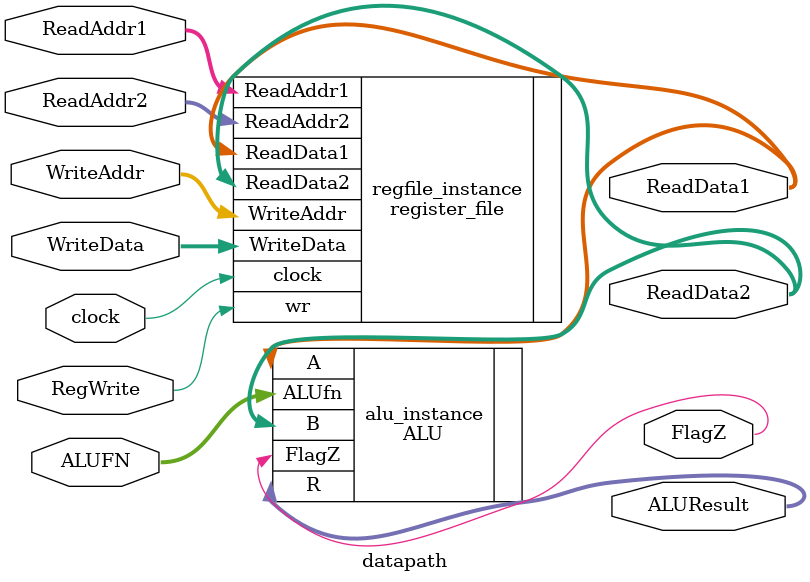
<source format=sv>
`timescale 1ns / 1ps
`default_nettype none


module datapath#(
   parameter Nloc = 32, // Number of memory locations
   parameter Dbits = 32 // Number of bits in data
)(
    input wire clock, 
    input wire RegWrite,                                                // write enable flag 
    input wire [$clog2(Nloc)-1 : 0] ReadAddr1, ReadAddr2, WriteAddr,    // 3 addresses, two for reading and one for writing
    input wire[4:0] ALUFN, 
    input wire [Dbits-1:0] WriteData, 
    output logic [Dbits-1:0] ReadData1, 
    output logic [Dbits-1:0] ReadData2, 
    output wire [Dbits-1:0] ALUResult, 
    output wire FlagZ
);
    
    register_file #(Nloc, Dbits) regfile_instance(
        .clock(clock), 
        .wr(RegWrite), 
        .ReadAddr1(ReadAddr1), 
        .ReadAddr2(ReadAddr2), 
        .WriteAddr(WriteAddr), 
        .WriteData(WriteData), 
        .ReadData1(ReadData1), 
        .ReadData2(ReadData2)
    );
    
    ALU #(32) alu_instance(
        .A(ReadData1), 
        .B(ReadData2), 
        .R(ALUResult), 
        .ALUfn(ALUFN), 
        .FlagZ(FlagZ)
    );
    
endmodule

</source>
